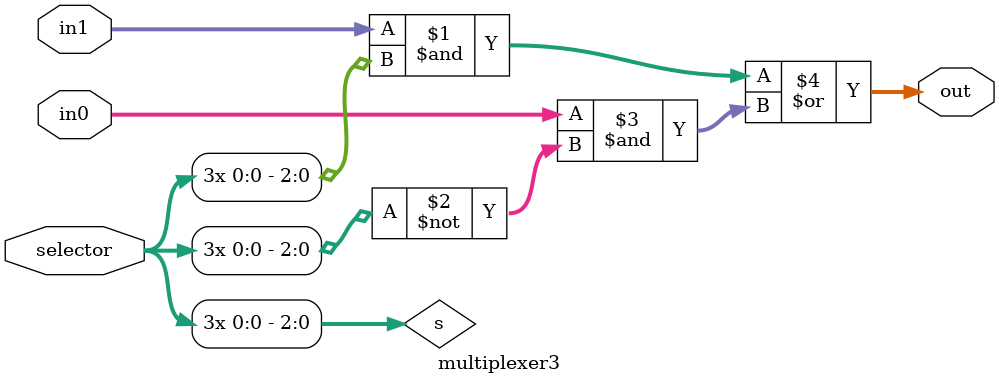
<source format=v>
module multiplexer3 (
    input [2:0] in0,
    input [2:0] in1,
    input selector,
    output [2:0] out);

    wire [2:0] s;

    assign s = {selector,selector,selector};

    assign out = (in1&s) | (in0&~s);

endmodule
</source>
